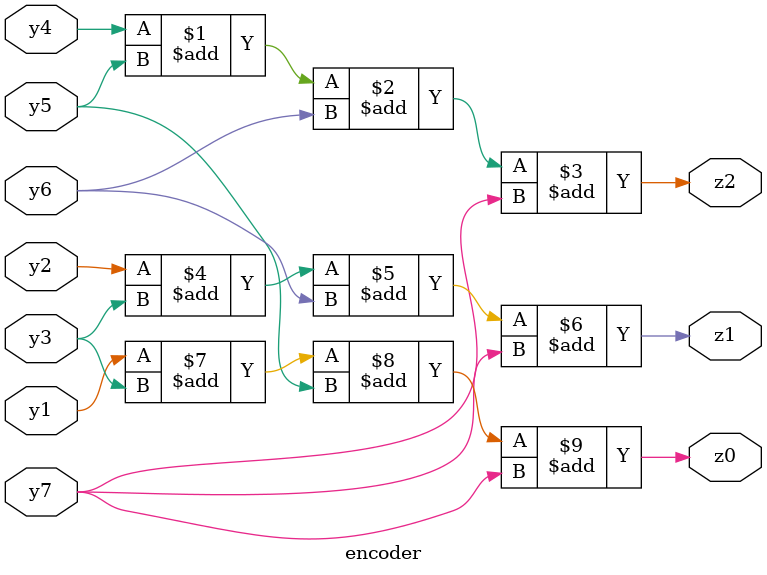
<source format=sv>
module encoder(y1,y2,y3,y4,y5,y6,y7,z1,z2,z0);

input y1,y2,y3,y4,y5,y6,y7;
output z0,z1,z2;

assign z2=y4+y5+y6+y7;
assign z1=y2+y3+y6+y7;
assign z0=y1+y3+y5+y7;

endmodule

</source>
